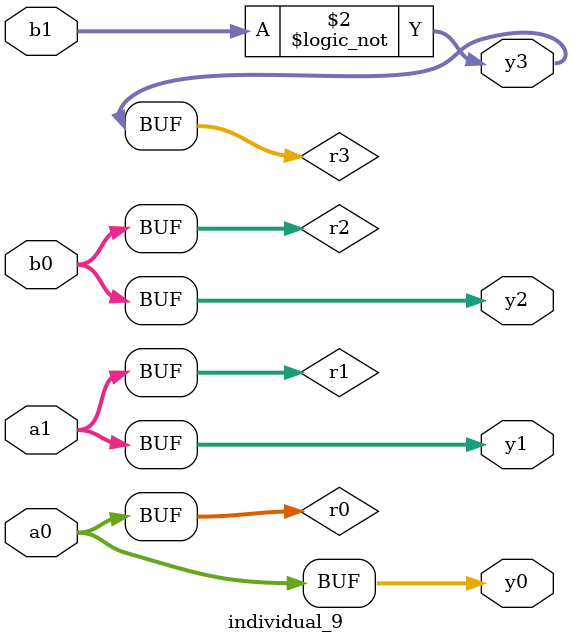
<source format=sv>
module individual_9(input logic [15:0] a1, input logic [15:0] a0, input logic [15:0] b1, input logic [15:0] b0, output logic [15:0] y3, output logic [15:0] y2, output logic [15:0] y1, output logic [15:0] y0);
logic [15:0] r0, r1, r2, r3; 
 always@(*) begin 
	 r0 = a0; r1 = a1; r2 = b0; r3 = b1; 
 	 r3 = ! r3 ;
 	 y3 = r3; y2 = r2; y1 = r1; y0 = r0; 
end
endmodule
</source>
